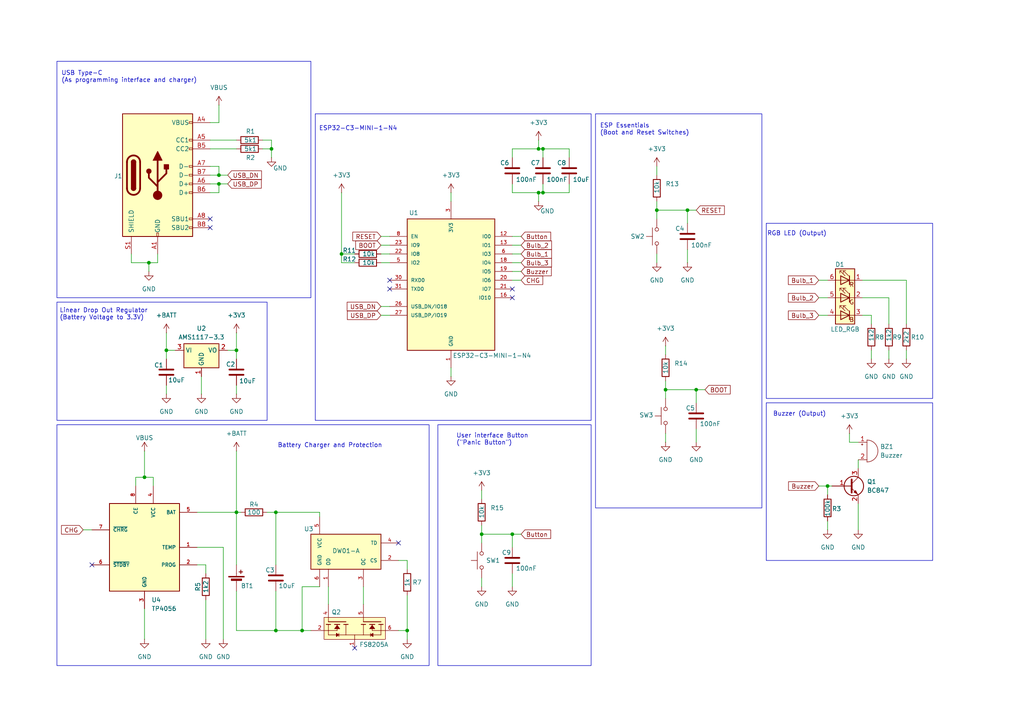
<source format=kicad_sch>
(kicad_sch (version 20231120) (generator "eeschema") (generator_version "8.0")
  (paper "A4")
  (lib_symbols
    (symbol "Connector:USB_C_Receptacle_USB2.0_16P" (pin_names (offset 1.016))
      (property "Reference" "J" (at 0 22.225 0))
      (property "Value" "USB_C_Receptacle_USB2.0_16P" (at 0 19.685 0))
      (symbol "USB_C_Receptacle_USB2.0_16P_1_1"
        (pin passive line (at 0 -22.86 90) (length 5.08) (name "GND") (number "A1"))
        (pin passive line (at 0 -22.86 90) (length 5.08) hide (name "GND") (number "A12"))
        (pin passive line (at 15.24 15.24 180) (length 5.08) (name "VBUS") (number "A4"))
        (pin bidirectional line (at 15.24 10.16 180) (length 5.08) (name "CC1") (number "A5"))
        (pin bidirectional line (at 15.24 -2.54 180) (length 5.08) (name "D+") (number "A6"))
        (pin bidirectional line (at 15.24 2.54 180) (length 5.08) (name "D-") (number "A7"))
        (pin bidirectional line (at 15.24 -12.7 180) (length 5.08) (name "SBU1") (number "A8"))
        (pin passive line (at 15.24 15.24 180) (length 5.08) hide (name "VBUS") (number "A9"))
        (pin passive line (at 0 -22.86 90) (length 5.08) hide (name "GND") (number "B1"))
        (pin passive line (at 0 -22.86 90) (length 5.08) hide (name "GND") (number "B12"))
        (pin passive line (at 15.24 15.24 180) (length 5.08) hide (name "VBUS") (number "B4"))
        (pin bidirectional line (at 15.24 7.62 180) (length 5.08) (name "CC2") (number "B5"))
        (pin bidirectional line (at 15.24 -5.08 180) (length 5.08) (name "D+") (number "B6"))
        (pin bidirectional line (at 15.24 0 180) (length 5.08) (name "D-") (number "B7"))
        (pin bidirectional line (at 15.24 -15.24 180) (length 5.08) (name "SBU2") (number "B8"))
        (pin passive line (at 15.24 15.24 180) (length 5.08) hide (name "VBUS") (number "B9"))
        (pin passive line (at -7.62 -22.86 90) (length 5.08) (name "SHIELD") (number "S1"))
      )
    )
    (symbol "Device:Battery_Cell" (pin_numbers hide) (pin_names (offset 0) hide)
      (property "Reference" "BT" (at 2.54 2.54 0))
      (property "Value" "Battery_Cell" (at 2.54 0 0))
      (symbol "Battery_Cell_1_1"
        (pin passive line (at 0 5.08 270) (length 2.54) (name "+") (number "1"))
        (pin passive line (at 0 -2.54 90) (length 2.54) (name "-") (number "2"))
      )
    )
    (symbol "Device:Buzzer" (pin_names (offset 0.0254) hide)
      (property "Reference" "BZ" (at 3.81 1.27 0))
      (property "Value" "Buzzer" (at 3.81 -1.27 0))
      (symbol "Buzzer_1_1"
        (pin passive line (at -2.54 2.54 0) (length 2.54) (name "+") (number "1"))
        (pin passive line (at -2.54 -2.54 0) (length 2.54) (name "-") (number "2"))
      )
    )
    (symbol "Device:C" (pin_numbers hide) (pin_names (offset 0.254))
      (property "Reference" "C" (at 0.635 2.54 0))
      (property "Value" "C" (at 0.635 -2.54 0))
      (symbol "C_1_1"
        (pin passive line (at 0 3.81 270) (length 2.794) (name "~") (number "1"))
        (pin passive line (at 0 -3.81 90) (length 2.794) (name "~") (number "2"))
      )
    )
    (symbol "Device:LED_RGB" (pin_names (offset 0) hide)
      (property "Reference" "D" (at 0 9.398 0))
      (property "Value" "LED_RGB" (at 0 -8.89 0))
      (symbol "LED_RGB_0_0"
        (text "B" (at -1.905 -6.35 0) (effects (font (size 1.27 1.27))))
        (text "G" (at -1.905 -1.27 0) (effects (font (size 1.27 1.27))))
        (text "R" (at -1.905 3.81 0) (effects (font (size 1.27 1.27))))
      )
      (symbol "LED_RGB_1_1"
        (pin passive line (at -5.08 5.08 0) (length 2.54) (name "RK") (number "1"))
        (pin passive line (at -5.08 0 0) (length 2.54) (name "GK") (number "2"))
        (pin passive line (at -5.08 -5.08 0) (length 2.54) (name "BK") (number "3"))
        (pin passive line (at 5.08 -5.08 180) (length 2.54) (name "BA") (number "4"))
        (pin passive line (at 5.08 0 180) (length 2.54) (name "GA") (number "5"))
        (pin passive line (at 5.08 5.08 180) (length 2.54) (name "RA") (number "6"))
      )
    )
    (symbol "Device:R" (pin_numbers hide) (pin_names (offset 0))
      (property "Reference" "R" (at 2.032 0 90))
      (property "Value" "R" (at 0 0 90))
      (symbol "R_1_1"
        (pin passive line (at 0 3.81 270) (length 1.27) (name "~") (number "1"))
        (pin passive line (at 0 -3.81 90) (length 1.27) (name "~") (number "2"))
      )
    )
    (symbol "ESP32-C3:ESP32-C3-MINI-1-N4" (pin_names (offset 1.016))
      (property "Reference" "U1" (at -12.192 19.558 0))
      (property "Value" "ESP32-C3-MINI-1-N4" (at 0.508 -21.844 0))
      (symbol "ESP32-C3-MINI-1-N4_0_0"
        (pin power_in line (at 0 -25.4 90) (length 5.08) (name "GND") (number "1"))
        (pin bidirectional line (at 17.78 12.7 180) (length 5.08) (name "IO0") (number "12"))
        (pin bidirectional line (at 17.78 10.16 180) (length 5.08) (name "IO1") (number "13"))
        (pin bidirectional line (at 17.78 -5.08 180) (length 5.08) (name "IO10") (number "16"))
        (pin bidirectional line (at 17.78 5.08 180) (length 5.08) (name "IO4") (number "18"))
        (pin bidirectional line (at 17.78 2.54 180) (length 5.08) (name "IO5") (number "19"))
        (pin bidirectional line (at 17.78 0 180) (length 5.08) (name "IO6") (number "20"))
        (pin bidirectional line (at 17.78 -2.54 180) (length 5.08) (name "IO7") (number "21"))
        (pin bidirectional line (at -17.78 7.62 0) (length 5.08) (name "IO8") (number "22"))
        (pin bidirectional line (at -17.78 10.16 0) (length 5.08) (name "IO9") (number "23"))
        (pin power_in line (at 0 22.86 270) (length 5.08) (name "3V3") (number "3"))
        (pin bidirectional line (at -17.78 0 0) (length 5.08) (name "RXD0") (number "30"))
        (pin bidirectional line (at -17.78 -2.54 0) (length 5.08) (name "TXD0") (number "31"))
        (pin bidirectional line (at -17.78 5.08 0) (length 5.08) (name "IO2") (number "5"))
        (pin bidirectional line (at 17.78 7.62 180) (length 5.08) (name "IO3") (number "6"))
        (pin input line (at -17.78 12.7 0) (length 5.08) (name "EN") (number "8"))
      )
      (symbol "ESP32-C3-MINI-1-N4_1_0"
        (pin no_connect line (at 8.89 -25.4 90) (length 5.08) hide (name "NC") (number "10"))
        (pin power_in line (at 0 -25.4 90) (length 5.08) hide (name "GND") (number "11"))
        (pin power_in line (at 0 -25.4 90) (length 5.08) hide (name "GND") (number "14"))
        (pin no_connect line (at 8.89 -25.4 90) (length 5.08) hide (name "NC") (number "15"))
        (pin no_connect line (at 8.89 -25.4 90) (length 5.08) hide (name "NC") (number "17"))
        (pin power_in line (at 0 -25.4 90) (length 5.08) hide (name "GND") (number "2"))
        (pin no_connect line (at 8.89 -25.4 90) (length 5.08) hide (name "NC") (number "24"))
        (pin no_connect line (at 8.89 -25.4 90) (length 5.08) hide (name "NC") (number "25"))
        (pin bidirectional line (at -17.78 -7.62 0) (length 5.08) (name "USB_DN/IO18") (number "26"))
        (pin bidirectional line (at -17.78 -10.16 0) (length 5.08) (name "USB_DP/IO19") (number "27"))
        (pin no_connect line (at 8.89 -25.4 90) (length 5.08) hide (name "NC") (number "28"))
        (pin no_connect line (at 8.89 -25.4 90) (length 5.08) hide (name "NC") (number "29"))
        (pin no_connect line (at 8.89 -25.4 90) (length 5.08) hide (name "NC") (number "32"))
        (pin no_connect line (at 8.89 -25.4 90) (length 5.08) hide (name "NC") (number "33"))
        (pin no_connect line (at 8.89 -25.4 90) (length 5.08) hide (name "NC") (number "34"))
        (pin no_connect line (at 8.89 -25.4 90) (length 5.08) hide (name "NC") (number "35"))
        (pin power_in line (at 0 -25.4 90) (length 5.08) hide (name "GND") (number "36"))
        (pin power_in line (at 0 -25.4 90) (length 5.08) hide (name "GND") (number "37"))
        (pin power_in line (at 0 -25.4 90) (length 5.08) hide (name "GND") (number "38"))
        (pin power_in line (at 0 -25.4 90) (length 5.08) hide (name "GND") (number "39"))
        (pin no_connect line (at 8.89 -25.4 90) (length 5.08) hide (name "NC") (number "4"))
        (pin power_in line (at 0 -25.4 90) (length 5.08) hide (name "GND") (number "40"))
        (pin power_in line (at 0 -25.4 90) (length 5.08) hide (name "GND") (number "41"))
        (pin power_in line (at 0 -25.4 90) (length 5.08) hide (name "GND") (number "42"))
        (pin power_in line (at 0 -25.4 90) (length 5.08) hide (name "GND") (number "43"))
        (pin power_in line (at 0 -25.4 90) (length 5.08) hide (name "GND") (number "44"))
        (pin power_in line (at 0 -25.4 90) (length 5.08) hide (name "GND") (number "45"))
        (pin power_in line (at 0 -25.4 90) (length 5.08) hide (name "GND") (number "46"))
        (pin power_in line (at 0 -25.4 90) (length 5.08) hide (name "GND") (number "47"))
        (pin power_in line (at 0 -25.4 90) (length 5.08) hide (name "GND") (number "48"))
        (pin power_in line (at 0 -25.4 90) (length 5.08) hide (name "GND") (number "49"))
        (pin power_in line (at 0 -25.4 90) (length 5.08) hide (name "GND") (number "50"))
        (pin power_in line (at 0 -25.4 90) (length 5.08) hide (name "GND") (number "51"))
        (pin power_in line (at 0 -25.4 90) (length 5.08) hide (name "GND") (number "52"))
        (pin power_in line (at 0 -25.4 90) (length 5.08) hide (name "GND") (number "53"))
        (pin no_connect line (at 8.89 -25.4 90) (length 5.08) hide (name "NC") (number "7"))
        (pin no_connect line (at 8.89 -25.4 90) (length 5.08) hide (name "NC") (number "9"))
      )
    )
    (symbol "FS312F-G:DW01A" (pin_names (offset 1.016))
      (property "Reference" "U3" (at -11.43 3.8101 0))
      (property "Value" "DW01-A" (at -11.43 1.2701 0))
      (symbol "DW01A_0_0"
        (pin bidirectional line (at -5.08 -10.16 90) (length 5.08) (name "OD") (number "1"))
        (pin bidirectional line (at 15.24 -2.54 180) (length 5.08) (name "CS") (number "2"))
        (pin bidirectional line (at 5.08 -10.16 90) (length 5.08) (name "OC") (number "3"))
        (pin bidirectional line (at 15.24 2.54 180) (length 5.08) (name "TD") (number "4"))
        (pin bidirectional line (at -7.62 10.16 270) (length 5.08) (name "VCC") (number "5"))
        (pin power_in line (at -7.62 -10.16 90) (length 5.08) (name "GND") (number "6"))
      )
    )
    (symbol "FS8205A:FS8205A" (pin_names (offset 1.016) hide)
      (property "Reference" "Q" (at -6.3693 -0.9904 0))
      (property "Value" "FS8205A" (at -11.43 -12.7 0))
      (symbol "FS8205A_0_0"
        (pin passive line (at 5.08 0 180) (length 2.54) (name "D_{12}") (number "1"))
        (pin passive line (at 0 -12.7 90) (length 5.08) (name "S_{1}") (number "2"))
        (pin passive line (at 0 -12.7 90) (length 5.08) hide (name "S_{1}") (number "3"))
        (pin passive line (at -7.62 -7.62 0) (length 5.08) (name "G_{1}") (number "4"))
        (pin passive line (at -7.62 2.54 0) (length 5.08) (name "G_{2}") (number "5"))
        (pin passive line (at 0 12.7 270) (length 5.08) (name "S_{2}") (number "6"))
        (pin passive line (at 0 12.62 270) (length 5) hide (name "S_{2}") (number "7"))
        (pin passive line (at 5.08 0 180) (length 2.54) hide (name "D_{12}") (number "8"))
      )
    )
    (symbol "Regulator_Linear:AMS1117-3.3"
      (property "Reference" "U" (at -3.81 3.175 0))
      (property "Value" "AMS1117-3.3" (at 0 3.175 0))
      (symbol "AMS1117-3.3_1_1"
        (pin power_in line (at 0 -7.62 90) (length 2.54) (name "GND") (number "1"))
        (pin power_out line (at 7.62 0 180) (length 2.54) (name "VO") (number "2"))
        (pin power_in line (at -7.62 0 0) (length 2.54) (name "VI") (number "3"))
      )
    )
    (symbol "Switch:SW_Push" (pin_numbers hide) (pin_names (offset 1.016) hide)
      (property "Reference" "SW" (at 1.27 2.54 0))
      (property "Value" "SW_Push" (at 0 -1.524 0))
      (symbol "SW_Push_0_1"
        (pin passive line (at -5.08 0 0) (length 2.54) (name "1") (number "1"))
        (pin passive line (at 5.08 0 180) (length 2.54) (name "2") (number "2"))
      )
    )
    (symbol "TP4056:TP4056" (pin_names (offset 1.016))
      (property "Reference" "U" (at -9.398 13.97 0))
      (property "Value" "TP4056" (at 2.286 -15.24 0))
      (symbol "TP4056_0_0"
        (pin input line (at 15.24 0 180) (length 5.08) (name "TEMP") (number "1"))
        (pin bidirectional line (at 15.24 -5.08 180) (length 5.08) (name "PROG") (number "2"))
        (pin power_in line (at 0 -17.78 90) (length 5.08) (name "GND") (number "3"))
        (pin power_in line (at 2.54 17.78 270) (length 5.08) (name "VCC") (number "4"))
        (pin output line (at 15.24 10.16 180) (length 5.08) (name "BAT") (number "5"))
        (pin output line (at -15.24 -5.08 0) (length 5.08) (name "~{STDBY}") (number "6"))
        (pin output line (at -15.24 5.08 0) (length 5.08) (name "~{CHRG}") (number "7"))
        (pin input line (at -2.54 17.78 270) (length 5.08) (name "CE") (number "8"))
      )
      (symbol "TP4056_1_0"
        (pin passive line (at 0 -17.78 90) (length 5.08) hide (name "EP") (number "9"))
      )
    )
    (symbol "Transistor_BJT:BC847" (pin_names (offset 0) hide)
      (property "Reference" "Q" (at 5.08 1.905 0))
      (property "Value" "BC847" (at 5.08 0 0))
      (symbol "BC847_1_1"
        (pin input line (at -5.08 0 0) (length 5.715) (name "B") (number "1"))
        (pin passive line (at 2.54 -5.08 90) (length 2.54) (name "E") (number "2"))
        (pin passive line (at 2.54 5.08 270) (length 2.54) (name "C") (number "3"))
      )
    )
    (symbol "power:+3V3" (power) (pin_numbers hide) (pin_names (offset 0) hide)
      (property "Value" "+3V3" (at 0 3.556 0))
      (symbol "+3V3_1_1"
        (pin power_in line (at 0 0 90) (length 0) (name "~") (number "1"))
      )
    )
    (symbol "power:+BATT" (power) (pin_numbers hide) (pin_names (offset 0) hide)
      (property "Value" "+BATT" (at 0 3.556 0))
      (symbol "+BATT_1_1"
        (pin power_in line (at 0 0 90) (length 0) (name "~") (number "1"))
      )
    )
    (symbol "power:GND" (power) (pin_numbers hide) (pin_names (offset 0) hide)
      (property "Value" "GND" (at 0 -3.81 0))
      (symbol "GND_1_1"
        (pin power_in line (at 0 0 270) (length 0) (name "~") (number "1"))
      )
    )
    (symbol "power:VBUS" (power) (pin_numbers hide) (pin_names (offset 0) hide)
      (property "Value" "VBUS" (at 0 3.556 0))
      (symbol "VBUS_1_1"
        (pin power_in line (at 0 0 90) (length 0) (name "~") (number "1"))
      )
    )
  )
  (junction (at 68.58 101.6))
  (junction (at 240.03 140.97))
  (junction (at 43.18 76.2))
  (junction (at 199.39 60.96))
  (junction (at 156.21 43.18))
  (junction (at 201.93 113.03))
  (junction (at 190.5 60.96))
  (junction (at 193.04 113.03))
  (junction (at 68.58 148.59))
  (junction (at 63.5 50.8))
  (junction (at 41.91 138.43))
  (junction (at 99.06 73.66))
  (junction (at 48.26 101.6))
  (junction (at 87.63 182.88))
  (junction (at 157.48 43.18))
  (junction (at 80.01 182.88))
  (junction (at 139.7 154.94))
  (junction (at 118.11 182.88))
  (junction (at 80.01 148.59))
  (junction (at 63.5 53.34))
  (junction (at 78.74 43.18))
  (junction (at 156.21 55.88))
  (junction (at 157.48 55.88))
  (junction (at 148.59 154.94))
  (no_connect (at 113.03 83.82))
  (no_connect (at 113.03 81.28))
  (no_connect (at 102.87 187.96))
  (no_connect (at 115.57 157.48))
  (no_connect (at 148.59 83.82))
  (no_connect (at 60.96 63.5))
  (no_connect (at 148.59 86.36))
  (no_connect (at 26.67 163.83))
  (no_connect (at 60.96 66.04))
  (wire (pts (xy 80.01 148.59) (xy 77.47 148.59)))
  (wire (pts (xy 248.92 133.35) (xy 248.92 135.89)))
  (wire (pts (xy 257.81 104.14) (xy 257.81 101.6)))
  (wire (pts (xy 76.2 40.64) (xy 78.74 40.64)))
  (wire (pts (xy 139.7 142.24) (xy 139.7 144.78)))
  (wire (pts (xy 148.59 43.18) (xy 156.21 43.18)))
  (wire (pts (xy 63.5 50.8) (xy 66.04 50.8)))
  (wire (pts (xy 99.06 73.66) (xy 102.87 73.66)))
  (wire (pts (xy 41.91 138.43) (xy 39.37 138.43)))
  (wire (pts (xy 60.96 40.64) (xy 68.58 40.64)))
  (wire (pts (xy 68.58 148.59) (xy 57.15 148.59)))
  (wire (pts (xy 237.49 91.44) (xy 240.03 91.44)))
  (wire (pts (xy 38.1 73.66) (xy 38.1 76.2)))
  (wire (pts (xy 246.38 128.27) (xy 248.92 128.27)))
  (wire (pts (xy 44.45 140.97) (xy 44.45 138.43)))
  (wire (pts (xy 60.96 48.26) (xy 63.5 48.26)))
  (wire (pts (xy 237.49 140.97) (xy 240.03 140.97)))
  (wire (pts (xy 80.01 148.59) (xy 80.01 163.83)))
  (wire (pts (xy 99.06 76.2) (xy 99.06 73.66)))
  (wire (pts (xy 60.96 50.8) (xy 63.5 50.8)))
  (wire (pts (xy 148.59 55.88) (xy 156.21 55.88)))
  (wire (pts (xy 148.59 158.75) (xy 148.59 154.94)))
  (wire (pts (xy 201.93 113.03) (xy 193.04 113.03)))
  (wire (pts (xy 63.5 48.26) (xy 63.5 50.8)))
  (wire (pts (xy 63.5 53.34) (xy 60.96 53.34)))
  (wire (pts (xy 148.59 154.94) (xy 151.13 154.94)))
  (wire (pts (xy 105.41 170.18) (xy 105.41 175.26)))
  (wire (pts (xy 43.18 78.74) (xy 43.18 76.2)))
  (wire (pts (xy 38.1 76.2) (xy 43.18 76.2)))
  (wire (pts (xy 190.5 48.26) (xy 190.5 50.8)))
  (wire (pts (xy 246.38 125.73) (xy 246.38 128.27)))
  (wire (pts (xy 80.01 171.45) (xy 80.01 182.88)))
  (wire (pts (xy 45.72 76.2) (xy 45.72 73.66)))
  (wire (pts (xy 48.26 96.52) (xy 48.26 101.6)))
  (wire (pts (xy 41.91 176.53) (xy 41.91 185.42)))
  (wire (pts (xy 252.73 91.44) (xy 250.19 91.44)))
  (wire (pts (xy 165.1 43.18) (xy 165.1 45.72)))
  (wire (pts (xy 68.58 111.76) (xy 68.58 114.3)))
  (wire (pts (xy 48.26 101.6) (xy 50.8 101.6)))
  (wire (pts (xy 41.91 130.81) (xy 41.91 138.43)))
  (wire (pts (xy 102.87 76.2) (xy 99.06 76.2)))
  (wire (pts (xy 78.74 43.18) (xy 78.74 45.72)))
  (wire (pts (xy 148.59 53.34) (xy 148.59 55.88)))
  (wire (pts (xy 63.5 55.88) (xy 60.96 55.88)))
  (wire (pts (xy 199.39 60.96) (xy 190.5 60.96)))
  (wire (pts (xy 58.42 109.22) (xy 58.42 114.3)))
  (wire (pts (xy 157.48 53.34) (xy 157.48 55.88)))
  (wire (pts (xy 157.48 43.18) (xy 165.1 43.18)))
  (wire (pts (xy 193.04 113.03) (xy 193.04 115.57)))
  (wire (pts (xy 115.57 162.56) (xy 118.11 162.56)))
  (wire (pts (xy 87.63 170.18) (xy 87.63 182.88)))
  (wire (pts (xy 118.11 185.42) (xy 118.11 182.88)))
  (wire (pts (xy 156.21 55.88) (xy 157.48 55.88)))
  (wire (pts (xy 110.49 88.9) (xy 113.03 88.9)))
  (wire (pts (xy 190.5 58.42) (xy 190.5 60.96)))
  (wire (pts (xy 63.5 53.34) (xy 66.04 53.34)))
  (wire (pts (xy 241.3 140.97) (xy 240.03 140.97)))
  (wire (pts (xy 240.03 140.97) (xy 240.03 143.51)))
  (wire (pts (xy 148.59 170.18) (xy 148.59 166.37)))
  (wire (pts (xy 130.81 55.88) (xy 130.81 58.42)))
  (wire (pts (xy 257.81 86.36) (xy 257.81 93.98)))
  (wire (pts (xy 110.49 68.58) (xy 113.03 68.58)))
  (wire (pts (xy 118.11 172.72) (xy 118.11 182.88)))
  (wire (pts (xy 68.58 148.59) (xy 69.85 148.59)))
  (wire (pts (xy 199.39 76.2) (xy 199.39 72.39)))
  (wire (pts (xy 151.13 78.74) (xy 148.59 78.74)))
  (wire (pts (xy 118.11 162.56) (xy 118.11 165.1)))
  (wire (pts (xy 139.7 152.4) (xy 139.7 154.94)))
  (wire (pts (xy 157.48 55.88) (xy 165.1 55.88)))
  (wire (pts (xy 151.13 71.12) (xy 148.59 71.12)))
  (wire (pts (xy 92.71 148.59) (xy 80.01 148.59)))
  (wire (pts (xy 139.7 170.18) (xy 139.7 167.64)))
  (wire (pts (xy 68.58 182.88) (xy 80.01 182.88)))
  (wire (pts (xy 193.04 128.27) (xy 193.04 125.73)))
  (wire (pts (xy 156.21 40.64) (xy 156.21 43.18)))
  (wire (pts (xy 248.92 146.05) (xy 248.92 153.67)))
  (wire (pts (xy 252.73 93.98) (xy 252.73 91.44)))
  (wire (pts (xy 110.49 76.2) (xy 113.03 76.2)))
  (wire (pts (xy 156.21 55.88) (xy 156.21 58.42)))
  (wire (pts (xy 262.89 81.28) (xy 262.89 93.98)))
  (wire (pts (xy 151.13 73.66) (xy 148.59 73.66)))
  (wire (pts (xy 190.5 76.2) (xy 190.5 73.66)))
  (wire (pts (xy 237.49 81.28) (xy 240.03 81.28)))
  (wire (pts (xy 165.1 53.34) (xy 165.1 55.88)))
  (wire (pts (xy 57.15 163.83) (xy 59.69 163.83)))
  (wire (pts (xy 60.96 43.18) (xy 68.58 43.18)))
  (wire (pts (xy 156.21 43.18) (xy 157.48 43.18)))
  (wire (pts (xy 201.93 128.27) (xy 201.93 124.46)))
  (wire (pts (xy 110.49 91.44) (xy 113.03 91.44)))
  (wire (pts (xy 148.59 154.94) (xy 139.7 154.94)))
  (wire (pts (xy 68.58 96.52) (xy 68.58 101.6)))
  (wire (pts (xy 78.74 40.64) (xy 78.74 43.18)))
  (wire (pts (xy 262.89 104.14) (xy 262.89 101.6)))
  (wire (pts (xy 48.26 111.76) (xy 48.26 114.3)))
  (wire (pts (xy 63.5 53.34) (xy 63.5 55.88)))
  (wire (pts (xy 252.73 104.14) (xy 252.73 101.6)))
  (wire (pts (xy 68.58 101.6) (xy 68.58 104.14)))
  (wire (pts (xy 39.37 138.43) (xy 39.37 140.97)))
  (wire (pts (xy 237.49 86.36) (xy 240.03 86.36)))
  (wire (pts (xy 139.7 154.94) (xy 139.7 157.48)))
  (wire (pts (xy 99.06 73.66) (xy 99.06 55.88)))
  (wire (pts (xy 240.03 151.13) (xy 240.03 153.67)))
  (wire (pts (xy 24.13 153.67) (xy 26.67 153.67)))
  (wire (pts (xy 57.15 158.75) (xy 64.77 158.75)))
  (wire (pts (xy 151.13 68.58) (xy 148.59 68.58)))
  (wire (pts (xy 201.93 116.84) (xy 201.93 113.03)))
  (wire (pts (xy 63.5 35.56) (xy 60.96 35.56)))
  (wire (pts (xy 68.58 130.81) (xy 68.58 148.59)))
  (wire (pts (xy 110.49 71.12) (xy 113.03 71.12)))
  (wire (pts (xy 43.18 76.2) (xy 45.72 76.2)))
  (wire (pts (xy 130.81 106.68) (xy 130.81 109.22)))
  (wire (pts (xy 190.5 60.96) (xy 190.5 63.5)))
  (wire (pts (xy 199.39 60.96) (xy 201.93 60.96)))
  (wire (pts (xy 110.49 73.66) (xy 113.03 73.66)))
  (wire (pts (xy 63.5 30.48) (xy 63.5 35.56)))
  (wire (pts (xy 48.26 101.6) (xy 48.26 104.14)))
  (wire (pts (xy 199.39 64.77) (xy 199.39 60.96)))
  (wire (pts (xy 44.45 138.43) (xy 41.91 138.43)))
  (wire (pts (xy 250.19 81.28) (xy 262.89 81.28)))
  (wire (pts (xy 250.19 86.36) (xy 257.81 86.36)))
  (wire (pts (xy 68.58 163.83) (xy 68.58 148.59)))
  (wire (pts (xy 115.57 182.88) (xy 118.11 182.88)))
  (wire (pts (xy 80.01 182.88) (xy 87.63 182.88)))
  (wire (pts (xy 95.25 170.18) (xy 95.25 175.26)))
  (wire (pts (xy 59.69 173.99) (xy 59.69 185.42)))
  (wire (pts (xy 151.13 81.28) (xy 148.59 81.28)))
  (wire (pts (xy 76.2 43.18) (xy 78.74 43.18)))
  (wire (pts (xy 59.69 163.83) (xy 59.69 166.37)))
  (wire (pts (xy 68.58 101.6) (xy 66.04 101.6)))
  (wire (pts (xy 92.71 170.18) (xy 87.63 170.18)))
  (wire (pts (xy 201.93 113.03) (xy 204.47 113.03)))
  (wire (pts (xy 68.58 171.45) (xy 68.58 182.88)))
  (wire (pts (xy 193.04 100.33) (xy 193.04 102.87)))
  (wire (pts (xy 87.63 182.88) (xy 90.17 182.88)))
  (wire (pts (xy 151.13 76.2) (xy 148.59 76.2)))
  (wire (pts (xy 64.77 158.75) (xy 64.77 185.42)))
  (wire (pts (xy 193.04 110.49) (xy 193.04 113.03)))
  (wire (pts (xy 157.48 43.18) (xy 157.48 45.72)))
  (wire (pts (xy 92.71 149.86) (xy 92.71 148.59)))
  (wire (pts (xy 148.59 45.72) (xy 148.59 43.18)))
  (rectangle (start 16.51 87.63) (end 77.47 121.92))
  (rectangle (start 222.25 64.77) (end 270.51 115.57))
  (rectangle (start 16.51 123.19) (end 124.46 193.04))
  (rectangle (start 222.25 116.84) (end 270.51 162.56))
  (rectangle (start 16.51 17.78) (end 90.17 86.36))
  (rectangle (start 127 123.19) (end 171.45 193.04))
  (rectangle (start 172.72 33.02) (end 220.98 147.32))
  (rectangle (start 91.44 33.02) (end 171.45 121.92))
  (text "USB Type-C\n(As programming interface and charger)" (at 17.78 20.574 0) (effects (font (size 1.27 1.27)) (justify left top)))
  (text "RGB LED (Output)" (at 231.14 67.818 0) (effects (font (size 1.27 1.27))))
  (text "Battery Charger and Protection " (at 80.518 128.524 0) (effects (font (size 1.27 1.27)) (justify left top)))
  (text "Linear Drop Out Regulator\n(Battery Voltage to 3.3V)" (at 17.272 89.408 0) (effects (font (size 1.27 1.27)) (justify left top)))
  (text "User interface Button\n(\"Panic Button\")" (at 132.334 125.73 0) (effects (font (size 1.27 1.27)) (justify left top)))
  (text "Buzzer (Output)" (at 231.902 120.142 0) (effects (font (size 1.27 1.27))))
  (text "ESP Essentials\n(Boot and Reset Switches)" (at 173.99 35.814 0) (effects (font (size 1.27 1.27)) (justify left top)))
  (text "ESP32-C3-MINI-1-N4" (at 103.886 37.338 0) (effects (font (size 1.27 1.27))))
  (global_label "Button" (shape input) (at 151.13 68.58 0) (property "Intersheetrefs" "${INTERSHEET_REFS}" (effects (hide yes))))
  (global_label "Bulb_3" (shape input) (at 237.49 91.44 180) (property "Intersheetrefs" "${INTERSHEET_REFS}" (effects (hide yes))))
  (global_label "Bulb_1" (shape input) (at 237.49 81.28 180) (property "Intersheetrefs" "${INTERSHEET_REFS}" (effects (hide yes))))
  (global_label "Button" (shape input) (at 151.13 154.94 0) (property "Intersheetrefs" "${INTERSHEET_REFS}" (effects (hide yes))))
  (global_label "Buzzer" (shape input) (at 237.49 140.97 180) (property "Intersheetrefs" "${INTERSHEET_REFS}" (effects (hide yes))))
  (global_label "CHG" (shape input) (at 151.13 81.28 0) (property "Intersheetrefs" "${INTERSHEET_REFS}" (effects (hide yes))))
  (global_label "USB_DP" (shape input) (at 110.49 91.44 180) (property "Intersheetrefs" "${INTERSHEET_REFS}" (effects (hide yes))))
  (global_label "RESET" (shape input) (at 201.93 60.96 0) (property "Intersheetrefs" "${INTERSHEET_REFS}" (effects (hide yes))))
  (global_label "Bulb_2" (shape input) (at 151.13 71.12 0) (property "Intersheetrefs" "${INTERSHEET_REFS}" (effects (hide yes))))
  (global_label "Bulb_1" (shape input) (at 151.13 73.66 0) (property "Intersheetrefs" "${INTERSHEET_REFS}" (effects (hide yes))))
  (global_label "RESET" (shape input) (at 110.49 68.58 180) (property "Intersheetrefs" "${INTERSHEET_REFS}" (effects (hide yes))))
  (global_label "USB_DN" (shape input) (at 110.49 88.9 180) (property "Intersheetrefs" "${INTERSHEET_REFS}" (effects (hide yes))))
  (global_label "BOOT" (shape input) (at 204.47 113.03 0) (property "Intersheetrefs" "${INTERSHEET_REFS}" (effects (hide yes))))
  (global_label "Bulb_2" (shape input) (at 237.49 86.36 180) (property "Intersheetrefs" "${INTERSHEET_REFS}" (effects (hide yes))))
  (global_label "CHG" (shape input) (at 24.13 153.67 180) (property "Intersheetrefs" "${INTERSHEET_REFS}" (effects (hide yes))))
  (global_label "Buzzer" (shape input) (at 151.13 78.74 0) (property "Intersheetrefs" "${INTERSHEET_REFS}" (effects (hide yes))))
  (global_label "USB_DP" (shape input) (at 66.04 53.34 0) (property "Intersheetrefs" "${INTERSHEET_REFS}" (effects (hide yes))))
  (global_label "USB_DN" (shape input) (at 66.04 50.8 0) (property "Intersheetrefs" "${INTERSHEET_REFS}" (effects (hide yes))))
  (global_label "Bulb_3" (shape input) (at 151.13 76.2 0) (property "Intersheetrefs" "${INTERSHEET_REFS}" (effects (hide yes))))
  (global_label "BOOT" (shape input) (at 110.49 71.12 180) (property "Intersheetrefs" "${INTERSHEET_REFS}" (effects (hide yes))))
  (symbol (lib_id "power:GND") (at 59.69 185.42 0) (unit 1)
    (property "Reference" "#PWR07" (effects (hide yes)))
    (property "Value" "GND" (at 59.69 190.5 0))
    (property "Description" "Power symbol creates a global label with name \"GND\" , ground" (effects (hide yes)))
  )
  (symbol (lib_id "Device:R") (at 257.81 97.79 0) (unit 1)
    (property "Reference" "R9" (at 258.826 97.79 0) (effects (justify left)))
    (property "Value" "1k2" (at 257.81 99.06 90) (effects (justify left)))
    (property "Footprint" "Resistor_SMD:R_0603_1608Metric" (effects (hide yes)))
    (property "Description" "Resistor" (effects (hide yes)))
    (property "Manufacturer" "-" (effects (hide yes)))
    (property "Manufacturer PN" "-" (effects (hide yes)))
    (property "Supplier" "Sunrom" (effects (hide yes)))
    (property "Supplier PN" "5304" (effects (hide yes)))
  )
  (symbol (lib_id "Device:R") (at 190.5 54.61 0) (unit 1)
    (property "Reference" "R13" (at 193.04 53.3399 0) (effects (justify left)))
    (property "Value" "10k" (at 190.5 56.134 90) (effects (justify left)))
    (property "Footprint" "Resistor_SMD:R_0603_1608Metric" (effects (hide yes)))
    (property "Description" "Resistor" (effects (hide yes)))
    (property "Manufacturer" "-" (effects (hide yes)))
    (property "Manufacturer PN" "-" (effects (hide yes)))
    (property "Supplier" "Ktron" (effects (hide yes)))
    (property "Supplier PN" "KSTR0853" (effects (hide yes)))
  )
  (symbol (lib_id "Device:C") (at 148.59 49.53 0) (unit 1)
    (property "Reference" "C6" (at 145.034 47.244 0) (effects (justify left)))
    (property "Value" "100nF" (at 149.606 52.07 0) (effects (justify left)))
    (property "Footprint" "Capacitor_SMD:C_0603_1608Metric" (effects (hide yes)))
    (property "Description" "Unpolarized capacitor" (effects (hide yes)))
    (property "Manufacturer" "Yageo" (effects (hide yes)))
    (property "Manufacturer PN" "CC0603KRX7R9BB104" (effects (hide yes)))
    (property "Supplier" "Ktron" (effects (hide yes)))
    (property "Supplier PN" "KSTC0754" (effects (hide yes)))
  )
  (symbol (lib_id "power:GND") (at 64.77 185.42 0) (unit 1)
    (property "Reference" "#PWR08" (effects (hide yes)))
    (property "Value" "GND" (at 64.77 190.5 0))
    (property "Description" "Power symbol creates a global label with name \"GND\" , ground" (effects (hide yes)))
  )
  (symbol (lib_id "Device:R") (at 106.68 76.2 90) (mirror x) (unit 1)
    (property "Reference" "R12" (at 101.346 75.184 90))
    (property "Value" "10k" (at 106.934 76.2 90))
    (property "Footprint" "Resistor_SMD:R_0603_1608Metric" (effects (hide yes)))
    (property "Description" "Resistor" (effects (hide yes)))
    (property "Manufacturer" "-" (effects (hide yes)))
    (property "Manufacturer PN" "-" (effects (hide yes)))
    (property "Supplier" "Ktron" (effects (hide yes)))
    (property "Supplier PN" "KSTR0853" (effects (hide yes)))
  )
  (symbol (lib_id "power:GND") (at 41.91 185.42 0) (unit 1)
    (property "Reference" "#PWR06" (effects (hide yes)))
    (property "Value" "GND" (at 41.91 190.5 0))
    (property "Description" "Power symbol creates a global label with name \"GND\" , ground" (effects (hide yes)))
  )
  (symbol (lib_id "power:+3V3") (at 68.58 96.52 0) (unit 1)
    (property "Reference" "#PWR017" (effects (hide yes)))
    (property "Value" "+3V3" (at 68.58 91.44 0))
    (property "Description" "Power symbol creates a global label with name \"+3V3\"" (effects (hide yes)))
  )
  (symbol (lib_id "power:GND") (at 190.5 76.2 0) (unit 1)
    (property "Reference" "#PWR018" (effects (hide yes)))
    (property "Value" "GND" (at 190.5 81.28 0))
    (property "Description" "Power symbol creates a global label with name \"GND\" , ground" (effects (hide yes)))
  )
  (symbol (lib_id "Device:Battery_Cell") (at 68.58 168.91 0) (unit 1)
    (property "Reference" "BT1" (at 69.85 169.926 0) (effects (justify left)))
    (property "Value" "Battery_Cell" (effects (hide yes)))
    (property "Footprint" "Cental_Library:LiPoBatt_WLY902030" (effects (hide yes)))
    (property "Description" "Single-cell battery" (effects (hide yes)))
    (property "Manufacturer" "Wiliyoung" (effects (hide yes)))
    (property "Manufacturer PN" "WLY902030" (effects (hide yes)))
    (property "Supplier" "Robu" (effects (hide yes)))
    (property "Supplier PN" "1356584" (effects (hide yes)))
  )
  (symbol (lib_id "power:+BATT") (at 68.58 130.81 0) (unit 1)
    (property "Reference" "#PWR025" (effects (hide yes)))
    (property "Value" "+BATT" (at 68.58 125.73 0))
    (property "Description" "Power symbol creates a global label with name \"+BATT\"" (effects (hide yes)))
  )
  (symbol (lib_id "Device:R") (at 118.11 168.91 0) (unit 1)
    (property "Reference" "R7" (at 119.634 168.91 0) (effects (justify left)))
    (property "Value" "1k" (at 118.11 170.18 90) (effects (justify left)))
    (property "Footprint" "Resistor_SMD:R_0603_1608Metric" (effects (hide yes)))
    (property "Description" "Resistor" (effects (hide yes)))
    (property "Manufacturer" "-" (effects (hide yes)))
    (property "Manufacturer PN" "-" (effects (hide yes)))
    (property "Supplier" "Ktron" (effects (hide yes)))
    (property "Supplier PN" "KSTR0854" (effects (hide yes)))
  )
  (symbol (lib_id "Device:R") (at 59.69 170.18 180) (unit 1)
    (property "Reference" "R5" (at 57.404 170.18 90))
    (property "Value" "1k2" (at 59.69 170.18 90))
    (property "Footprint" "Resistor_SMD:R_0603_1608Metric" (effects (hide yes)))
    (property "Description" "Resistor" (effects (hide yes)))
    (property "Manufacturer" "-" (effects (hide yes)))
    (property "Manufacturer PN" "-" (effects (hide yes)))
    (property "Supplier" "Sunrom" (effects (hide yes)))
    (property "Supplier PN" "5304" (effects (hide yes)))
  )
  (symbol (lib_id "power:+3V3") (at 99.06 55.88 0) (unit 1)
    (property "Reference" "#PWR023" (effects (hide yes)))
    (property "Value" "+3V3" (at 99.06 50.8 0))
    (property "Description" "Power symbol creates a global label with name \"+3V3\"" (effects (hide yes)))
  )
  (symbol (lib_id "power:GND") (at 240.03 153.67 0) (unit 1)
    (property "Reference" "#PWR011" (effects (hide yes)))
    (property "Value" "GND" (at 240.03 158.75 0))
    (property "Description" "Power symbol creates a global label with name \"GND\" , ground" (effects (hide yes)))
  )
  (symbol (lib_id "power:GND") (at 257.81 104.14 0) (unit 1)
    (property "Reference" "#PWR014" (effects (hide yes)))
    (property "Value" "GND" (at 257.81 109.22 0))
    (property "Description" "Power symbol creates a global label with name \"GND\" , ground" (effects (hide yes)))
  )
  (symbol (lib_id "power:VBUS") (at 41.91 130.81 0) (unit 1)
    (property "Reference" "#PWR021" (effects (hide yes)))
    (property "Value" "VBUS" (at 41.91 127 0))
    (property "Description" "Power symbol creates a global label with name \"VBUS\"" (effects (hide yes)))
  )
  (symbol (lib_id "Device:C") (at 148.59 162.56 0) (unit 1)
    (property "Reference" "C9" (at 145.542 160.274 0) (effects (justify left)))
    (property "Value" "100nF" (at 149.606 164.846 0) (effects (justify left)))
    (property "Footprint" "Capacitor_SMD:C_0603_1608Metric" (effects (hide yes)))
    (property "Description" "Unpolarized capacitor" (effects (hide yes)))
    (property "Manufacturer" "Yageo" (effects (hide yes)))
    (property "Manufacturer PN" "CC0603KRX7R9BB104" (effects (hide yes)))
    (property "Supplier" "Ktron" (effects (hide yes)))
    (property "Supplier PN" "KSTC0754" (effects (hide yes)))
  )
  (symbol (lib_id "Device:C") (at 199.39 68.58 0) (unit 1)
    (property "Reference" "C4" (at 195.834 66.294 0) (effects (justify left)))
    (property "Value" "100nF" (at 200.406 71.12 0) (effects (justify left)))
    (property "Footprint" "Capacitor_SMD:C_0603_1608Metric" (effects (hide yes)))
    (property "Description" "Unpolarized capacitor" (effects (hide yes)))
    (property "Manufacturer" "Yageo" (effects (hide yes)))
    (property "Manufacturer PN" "CC0603KRX7R9BB104" (effects (hide yes)))
    (property "Supplier" "Ktron" (effects (hide yes)))
    (property "Supplier PN" "KSTC0754" (effects (hide yes)))
  )
  (symbol (lib_id "power:+BATT") (at 48.26 96.52 0) (unit 1)
    (property "Reference" "#PWR026" (effects (hide yes)))
    (property "Value" "+BATT" (at 48.26 91.44 0))
    (property "Description" "Power symbol creates a global label with name \"+BATT\"" (effects (hide yes)))
  )
  (symbol (lib_id "power:GND") (at 193.04 128.27 0) (unit 1)
    (property "Reference" "#PWR028" (effects (hide yes)))
    (property "Value" "GND" (at 193.04 133.35 0))
    (property "Description" "Power symbol creates a global label with name \"GND\" , ground" (effects (hide yes)))
  )
  (symbol (lib_id "FS312F-G:DW01A") (at 100.33 160.02 0) (unit 1)
    (property "Reference" "U3" (at 90.932 153.416 0) (effects (justify right)))
    (property "Value" "DW01-A" (at 104.394 159.766 0) (effects (justify right)))
    (property "Footprint" "Package_TO_SOT_SMD:SOT-23-6" (effects (hide yes)))
    (property "Description" "\n" (effects (hide yes)))
    (property "Manufacturer PN" "DW01-A" (effects (hide yes)))
    (property "Manufacturer" "Fortune Semiconductor" (effects (hide yes)))
    (property "Supplier PN" "KSTI0117" (effects (hide yes)))
    (property "Supplier" "Ktron" (effects (hide yes)))
  )
  (symbol (lib_id "TP4056:TP4056") (at 41.91 158.75 0) (unit 1)
    (property "Reference" "U4" (at 43.9294 173.99 0) (effects (justify left)))
    (property "Value" "TP4056" (at 43.9294 176.53 0) (effects (justify left)))
    (property "Footprint" "Package_SO:Diodes_PSOP-8" (effects (hide yes)))
    (property "Manufacturer PN" "TP4056" (effects (hide yes)))
    (property "Manufacturer" "Top Power" (effects (hide yes)))
    (property "Supplier" "Ktron" (effects (hide yes)))
    (property "Supplier PN" "KSTI0429" (effects (hide yes)))
  )
  (symbol (lib_id "power:GND") (at 252.73 104.14 0) (unit 1)
    (property "Reference" "#PWR013" (effects (hide yes)))
    (property "Value" "GND" (at 252.73 109.22 0))
    (property "Description" "Power symbol creates a global label with name \"GND\" , ground" (effects (hide yes)))
  )
  (symbol (lib_id "power:+3V3") (at 246.38 125.73 0) (unit 1)
    (property "Reference" "#PWR024" (effects (hide yes)))
    (property "Value" "+3V3" (at 246.38 120.65 0))
    (property "Description" "Power symbol creates a global label with name \"+3V3\"" (effects (hide yes)))
  )
  (symbol (lib_id "Device:R") (at 139.7 148.59 0) (unit 1)
    (property "Reference" "R15" (at 142.24 147.3199 0) (effects (justify left)))
    (property "Value" "10k" (at 139.7 150.368 90) (effects (justify left)))
    (property "Footprint" "Resistor_SMD:R_0603_1608Metric" (effects (hide yes)))
    (property "Description" "Resistor" (effects (hide yes)))
    (property "Manufacturer" "-" (effects (hide yes)))
    (property "Manufacturer PN" "-" (effects (hide yes)))
    (property "Supplier" "Ktron" (effects (hide yes)))
    (property "Supplier PN" "KSTR0853" (effects (hide yes)))
  )
  (symbol (lib_id "power:+3V3") (at 130.81 55.88 0) (unit 1)
    (property "Reference" "#PWR020" (effects (hide yes)))
    (property "Value" "+3V3" (at 130.81 50.8 0))
    (property "Description" "Power symbol creates a global label with name \"+3V3\"" (effects (hide yes)))
  )
  (symbol (lib_id "Connector:USB_C_Receptacle_USB2.0_16P") (at 45.72 50.8 0) (unit 1)
    (property "Reference" "J1" (at 34.29 51.054 0))
    (property "Value" "USB_C_Receptacle_USB2.0_16P" (effects (hide yes)))
    (property "Footprint" "Connector_USB:USB_C_Receptacle_GCT_USB4105-xx-A_16P_TopMnt_Horizontal" (effects (hide yes)))
    (property "Datasheet" "https://www.usb.org/sites/default/files/documents/usb_type-c.zip" (effects (hide yes)))
    (property "Description" "USB 2.0-only 16P Type-C Receptacle connector" (effects (hide yes)))
    (property "Manufacturer" "GCT" (effects (hide yes)))
    (property "Manufacturer PN" "USB4105-xx-A" (effects (hide yes)))
    (property "Supplier" "Ktron" (effects (hide yes)))
    (property "Supplier PN" "KSTC0844" (effects (hide yes)))
  )
  (symbol (lib_id "Device:R") (at 72.39 43.18 90) (mirror x) (unit 1)
    (property "Reference" "R2" (at 72.644 45.72 90))
    (property "Value" "5k1" (at 72.644 43.18 90))
    (property "Footprint" "Resistor_SMD:R_0603_1608Metric" (effects (hide yes)))
    (property "Description" "Resistor" (effects (hide yes)))
    (property "Manufacturer" "-" (effects (hide yes)))
    (property "Manufacturer PN" "-" (effects (hide yes)))
    (property "Supplier" "Ktron" (effects (hide yes)))
    (property "Supplier PN" "KSTR1150" (effects (hide yes)))
  )
  (symbol (lib_id "Device:C") (at 68.58 107.95 0) (unit 1)
    (property "Reference" "C2" (at 65.532 105.664 0) (effects (justify left)))
    (property "Value" "10uF" (at 69.342 110.49 0) (effects (justify left)))
    (property "Footprint" "Capacitor_SMD:C_0603_1608Metric" (effects (hide yes)))
    (property "Description" "Unpolarized capacitor" (effects (hide yes)))
    (property "Manufacturer" "Yageo" (effects (hide yes)))
    (property "Manufacturer PN" "CC0603MRX5R8BB106" (effects (hide yes)))
    (property "Supplier" "Ktron" (effects (hide yes)))
    (property "Supplier PN" "KSTC0826" (effects (hide yes)))
  )
  (symbol (lib_id "Device:R") (at 262.89 97.79 0) (unit 1)
    (property "Reference" "R10" (at 264.16 97.79 0) (effects (justify left)))
    (property "Value" "2k2" (at 262.89 97.79 90))
    (property "Footprint" "Resistor_SMD:R_0603_1608Metric" (effects (hide yes)))
    (property "Description" "Resistor" (effects (hide yes)))
    (property "Manufacturer" "-" (effects (hide yes)))
    (property "Manufacturer PN" "-" (effects (hide yes)))
    (property "Supplier" "Sunrom" (effects (hide yes)))
    (property "Supplier PN" "6735" (effects (hide yes)))
  )
  (symbol (lib_id "Device:R") (at 73.66 148.59 90) (unit 1)
    (property "Reference" "R4" (at 73.66 146.304 90))
    (property "Value" "100" (at 73.66 148.59 90))
    (property "Footprint" "Resistor_SMD:R_0603_1608Metric" (effects (hide yes)))
    (property "Description" "Resistor" (effects (hide yes)))
    (property "Manufacturer" "-" (effects (hide yes)))
    (property "Manufacturer PN" "-" (effects (hide yes)))
    (property "Supplier" "Ktron" (effects (hide yes)))
    (property "Supplier PN" "KSTR1391" (effects (hide yes)))
  )
  (symbol (lib_id "Device:LED_RGB") (at 245.11 86.36 0) (mirror y) (unit 1)
    (property "Reference" "D1" (at 243.586 76.708 0))
    (property "Value" "LED_RGB" (at 245.11 95.504 0))
    (property "Footprint" "LED_SMD:LED_RGB_5050-6" (effects (hide yes)))
    (property "Description" "RGB LED, 6 pin package" (effects (hide yes)))
    (property "Manufacturer" "-" (effects (hide yes)))
    (property "Manufacturer PN" "-" (effects (hide yes)))
    (property "Supplier" "Sunrom" (effects (hide yes)))
    (property "Supplier PN" "5282" (effects (hide yes)))
  )
  (symbol (lib_id "Device:R") (at 252.73 97.79 0) (unit 1)
    (property "Reference" "R8" (at 253.746 97.79 0) (effects (justify left)))
    (property "Value" "1k2" (at 252.73 99.06 90) (effects (justify left)))
    (property "Footprint" "Resistor_SMD:R_0603_1608Metric" (effects (hide yes)))
    (property "Description" "Resistor" (effects (hide yes)))
    (property "Manufacturer" "-" (effects (hide yes)))
    (property "Manufacturer PN" "-" (effects (hide yes)))
    (property "Supplier" "Sunrom" (effects (hide yes)))
    (property "Supplier PN" "5304" (effects (hide yes)))
  )
  (symbol (lib_id "ESP32-C3:ESP32-C3-MINI-1-N4") (at 130.81 81.28 0) (unit 1)
    (property "Reference" "U1" (at 118.618 61.722 0) (effects (justify left)))
    (property "Value" "ESP32-C3-MINI-1-N4" (at 131.318 103.124 0) (effects (justify left)))
    (property "Footprint" "Cental_Library:ESP32-C3-MINI-1-N4" (effects (hide yes)))
    (property "Manufacturer PN" "ESP32-C3-MINI-1-N4" (effects (hide yes)))
    (property "Manufacturer" "Espressif Systems" (effects (hide yes)))
    (property "Supplier PN" "356-ESP32-C3-MINI1N4" (effects (hide yes)))
    (property "Supplier" "Mouser" (effects (hide yes)))
  )
  (symbol (lib_id "power:GND") (at 68.58 114.3 0) (unit 1)
    (property "Reference" "#PWR05" (effects (hide yes)))
    (property "Value" "GND" (at 68.58 119.38 0))
    (property "Description" "Power symbol creates a global label with name \"GND\" , ground" (effects (hide yes)))
  )
  (symbol (lib_id "power:GND") (at 148.59 170.18 0) (unit 1)
    (property "Reference" "#PWR036" (effects (hide yes)))
    (property "Value" "GND" (at 148.59 175.26 0))
    (property "Description" "Power symbol creates a global label with name \"GND\" , ground" (effects (hide yes)))
  )
  (symbol (lib_id "power:GND") (at 139.7 170.18 0) (unit 1)
    (property "Reference" "#PWR035" (effects (hide yes)))
    (property "Value" "GND" (at 139.7 175.26 0))
    (property "Description" "Power symbol creates a global label with name \"GND\" , ground" (effects (hide yes)))
  )
  (symbol (lib_id "Regulator_Linear:AMS1117-3.3") (at 58.42 101.6 0) (unit 1)
    (property "Reference" "U2" (at 58.42 95.25 0))
    (property "Value" "AMS1117-3.3" (at 58.42 97.79 0))
    (property "Footprint" "Package_TO_SOT_SMD:SOT-223-3_TabPin2" (effects (hide yes)))
    (property "Datasheet" "http://www.advanced-monolithic.com/pdf/ds1117.pdf" (effects (hide yes)))
    (property "Description" "1A Low Dropout regulator, positive, 3.3V fixed output, SOT-223" (effects (hide yes)))
    (property "Manufacturer PN" "AMS1117-3.3" (effects (hide yes)))
    (property "Manufacturer" "Advanced Monolithic Systems" (effects (hide yes)))
    (property "Supplier" "Ktron" (effects (hide yes)))
    (property "Supplier PN" "KSTI0045" (effects (hide yes)))
  )
  (symbol (lib_id "power:GND") (at 43.18 78.74 0) (unit 1)
    (property "Reference" "#PWR02" (effects (hide yes)))
    (property "Value" "GND" (at 43.18 83.82 0))
    (property "Description" "Power symbol creates a global label with name \"GND\" , ground" (effects (hide yes)))
  )
  (symbol (lib_id "power:GND") (at 262.89 104.14 0) (unit 1)
    (property "Reference" "#PWR015" (effects (hide yes)))
    (property "Value" "GND" (at 262.89 109.22 0))
    (property "Description" "Power symbol creates a global label with name \"GND\" , ground" (effects (hide yes)))
  )
  (symbol (lib_id "Device:C") (at 157.48 49.53 0) (unit 1)
    (property "Reference" "C7" (at 153.924 47.244 0) (effects (justify left)))
    (property "Value" "100nF" (at 158.496 52.07 0) (effects (justify left)))
    (property "Footprint" "Capacitor_SMD:C_0603_1608Metric" (effects (hide yes)))
    (property "Description" "Unpolarized capacitor" (effects (hide yes)))
    (property "Manufacturer" "Yageo" (effects (hide yes)))
    (property "Manufacturer PN" "CC0603KRX7R9BB104" (effects (hide yes)))
    (property "Supplier" "Ktron" (effects (hide yes)))
    (property "Supplier PN" "KSTC0754" (effects (hide yes)))
  )
  (symbol (lib_id "power:GND") (at 78.74 45.72 0) (unit 1)
    (property "Reference" "#PWR019" (effects (hide yes)))
    (property "Value" "GND" (at 81.28 48.768 0))
    (property "Description" "Power symbol creates a global label with name \"GND\" , ground" (effects (hide yes)))
  )
  (symbol (lib_id "Device:C") (at 165.1 49.53 0) (unit 1)
    (property "Reference" "C8" (at 161.544 47.244 0) (effects (justify left)))
    (property "Value" "10uF" (at 166.116 52.07 0) (effects (justify left)))
    (property "Footprint" "Capacitor_SMD:C_0603_1608Metric" (effects (hide yes)))
    (property "Description" "Unpolarized capacitor" (effects (hide yes)))
    (property "Manufacturer" "Yageo" (effects (hide yes)))
    (property "Manufacturer PN" "CC0603MRX5R8BB106" (effects (hide yes)))
    (property "Supplier" "Ktron" (effects (hide yes)))
    (property "Supplier PN" "KSTC0826" (effects (hide yes)))
  )
  (symbol (lib_id "Switch:SW_Push") (at 190.5 68.58 90) (unit 1)
    (property "Reference" "SW2" (at 182.88 68.58 90) (effects (justify right)))
    (property "Value" "SW_Push" (effects (hide yes)))
    (property "Footprint" "Button_Switch_SMD:SW_SPST_TL3342" (effects (hide yes)))
    (property "Description" "Push button switch, generic, two pins" (effects (hide yes)))
    (property "Manufacturer" "E-Switch" (effects (hide yes)))
    (property "Manufacturer PN" "TL3342" (effects (hide yes)))
    (property "Supplier" "Ktron" (effects (hide yes)))
    (property "Supplier PN" "KSTS0760" (effects (hide yes)))
  )
  (symbol (lib_id "Transistor_BJT:BC847") (at 246.38 140.97 0) (unit 1)
    (property "Reference" "Q1" (at 251.46 139.6999 0) (effects (justify left)))
    (property "Value" "BC847" (at 251.46 142.2399 0) (effects (justify left)))
    (property "Footprint" "Package_TO_SOT_SMD:SOT-23" (effects (hide yes)))
    (property "Datasheet" "http://www.infineon.com/dgdl/Infineon-BC847SERIES_BC848SERIES_BC849SERIES_BC850SERIES-DS-v01_01-en.pdf?fileId=db3a304314dca389011541d4630a1657" (effects (hide yes)))
    (property "Description" "0.1A Ic, 45V Vce, NPN Transistor, SOT-23" (effects (hide yes)))
    (property "Manufacturer" "NXP" (effects (hide yes)))
    (property "Manufacturer PN" "BC847" (effects (hide yes)))
    (property "Supplier" "Ktron" (effects (hide yes)))
    (property "Supplier PN" "KSTT0059" (effects (hide yes)))
  )
  (symbol (lib_id "power:GND") (at 156.21 58.42 0) (unit 1)
    (property "Reference" "#PWR033" (effects (hide yes)))
    (property "Value" "GND" (at 158.75 61.214 0))
    (property "Description" "Power symbol creates a global label with name \"GND\" , ground" (effects (hide yes)))
  )
  (symbol (lib_id "power:+3V3") (at 193.04 100.33 0) (unit 1)
    (property "Reference" "#PWR030" (effects (hide yes)))
    (property "Value" "+3V3" (at 193.04 95.25 0))
    (property "Description" "Power symbol creates a global label with name \"+3V3\"" (effects (hide yes)))
  )
  (symbol (lib_id "Device:R") (at 106.68 73.66 90) (unit 1)
    (property "Reference" "R11" (at 101.346 72.644 90))
    (property "Value" "10k" (at 106.934 73.66 90))
    (property "Footprint" "Resistor_SMD:R_0603_1608Metric" (effects (hide yes)))
    (property "Description" "Resistor" (effects (hide yes)))
    (property "Manufacturer" "-" (effects (hide yes)))
    (property "Manufacturer PN" "-" (effects (hide yes)))
    (property "Supplier" "Ktron" (effects (hide yes)))
    (property "Supplier PN" "KSTR0853" (effects (hide yes)))
  )
  (symbol (lib_id "power:+3V3") (at 190.5 48.26 0) (unit 1)
    (property "Reference" "#PWR031" (effects (hide yes)))
    (property "Value" "+3V3" (at 190.5 43.18 0))
    (property "Description" "Power symbol creates a global label with name \"+3V3\"" (effects (hide yes)))
  )
  (symbol (lib_id "power:GND") (at 248.92 153.67 0) (unit 1)
    (property "Reference" "#PWR012" (effects (hide yes)))
    (property "Value" "GND" (at 248.92 158.75 0))
    (property "Description" "Power symbol creates a global label with name \"GND\" , ground" (effects (hide yes)))
  )
  (symbol (lib_id "Device:R") (at 240.03 147.32 0) (unit 1)
    (property "Reference" "R3" (at 241.3 147.574 0) (effects (justify left)))
    (property "Value" "100k" (at 240.03 149.86 90) (effects (justify left)))
    (property "Footprint" "Resistor_SMD:R_0603_1608Metric" (effects (hide yes)))
    (property "Description" "Resistor" (effects (hide yes)))
    (property "Manufacturer" "-" (effects (hide yes)))
    (property "Manufacturer PN" "-" (effects (hide yes)))
    (property "Supplier" "Ktron" (effects (hide yes)))
    (property "Supplier PN" "KSTR1149" (effects (hide yes)))
  )
  (symbol (lib_id "Device:R") (at 193.04 106.68 0) (unit 1)
    (property "Reference" "R14" (at 195.58 105.4099 0) (effects (justify left)))
    (property "Value" "10k" (at 193.04 108.458 90) (effects (justify left)))
    (property "Footprint" "Resistor_SMD:R_0603_1608Metric" (effects (hide yes)))
    (property "Description" "Resistor" (effects (hide yes)))
    (property "Manufacturer" "-" (effects (hide yes)))
    (property "Manufacturer PN" "-" (effects (hide yes)))
    (property "Supplier" "Ktron" (effects (hide yes)))
    (property "Supplier PN" "KSTR0853" (effects (hide yes)))
  )
  (symbol (lib_id "Switch:SW_Push") (at 139.7 162.56 90) (unit 1)
    (property "Reference" "SW1" (at 140.97 162.5599 90) (effects (justify right)))
    (property "Value" "SW_Push" (effects (hide yes)))
    (property "Footprint" "Button_Switch_SMD:SW_Push_1P1T_NO_CK_PTS125Sx43PSMTR" (effects (hide yes)))
    (property "Description" "Push button switch, generic, two pins" (effects (hide yes)))
    (property "Manufacturer" "C&K" (effects (hide yes)))
    (property "Manufacturer PN" "PTS125M73SMTRLFS" (effects (hide yes)))
    (property "Supplier" "Ktron" (effects (hide yes)))
    (property "Supplier PN" "KSTS0418" (effects (hide yes)))
  )
  (symbol (lib_id "Device:C") (at 201.93 120.65 0) (unit 1)
    (property "Reference" "C5" (at 198.882 118.364 0) (effects (justify left)))
    (property "Value" "100nF" (at 202.946 122.936 0) (effects (justify left)))
    (property "Footprint" "Capacitor_SMD:C_0603_1608Metric" (effects (hide yes)))
    (property "Description" "Unpolarized capacitor" (effects (hide yes)))
    (property "Manufacturer" "Yageo" (effects (hide yes)))
    (property "Manufacturer PN" "CC0603KRX7R9BB104" (effects (hide yes)))
    (property "Supplier" "Ktron" (effects (hide yes)))
    (property "Supplier PN" "KSTC0754" (effects (hide yes)))
  )
  (symbol (lib_id "power:GND") (at 199.39 76.2 0) (unit 1)
    (property "Reference" "#PWR027" (effects (hide yes)))
    (property "Value" "GND" (at 199.39 81.28 0))
    (property "Description" "Power symbol creates a global label with name \"GND\" , ground" (effects (hide yes)))
  )
  (symbol (lib_id "power:GND") (at 48.26 114.3 0) (unit 1)
    (property "Reference" "#PWR03" (effects (hide yes)))
    (property "Value" "GND" (at 48.26 119.38 0))
    (property "Description" "Power symbol creates a global label with name \"GND\" , ground" (effects (hide yes)))
  )
  (symbol (lib_id "power:GND") (at 130.81 109.22 0) (unit 1)
    (property "Reference" "#PWR010" (effects (hide yes)))
    (property "Value" "GND" (at 130.81 114.3 0))
    (property "Description" "Power symbol creates a global label with name \"GND\" , ground" (effects (hide yes)))
  )
  (symbol (lib_id "power:VBUS") (at 63.5 30.48 0) (unit 1)
    (property "Reference" "#PWR01" (effects (hide yes)))
    (property "Value" "VBUS" (at 63.5 25.4 0))
    (property "Description" "Power symbol creates a global label with name \"VBUS\"" (effects (hide yes)))
  )
  (symbol (lib_id "power:GND") (at 58.42 114.3 0) (unit 1)
    (property "Reference" "#PWR04" (effects (hide yes)))
    (property "Value" "GND" (at 58.42 119.38 0))
    (property "Description" "Power symbol creates a global label with name \"GND\" , ground" (effects (hide yes)))
  )
  (symbol (lib_id "power:GND") (at 201.93 128.27 0) (unit 1)
    (property "Reference" "#PWR029" (effects (hide yes)))
    (property "Value" "GND" (at 201.93 133.35 0))
    (property "Description" "Power symbol creates a global label with name \"GND\" , ground" (effects (hide yes)))
  )
  (symbol (lib_id "Device:R") (at 72.39 40.64 90) (unit 1)
    (property "Reference" "R1" (at 72.644 38.1 90))
    (property "Value" "5k1" (at 72.644 40.64 90))
    (property "Footprint" "Resistor_SMD:R_0603_1608Metric" (effects (hide yes)))
    (property "Description" "Resistor" (effects (hide yes)))
    (property "Manufacturer" "-" (effects (hide yes)))
    (property "Manufacturer PN" "-" (effects (hide yes)))
    (property "Supplier" "Ktron" (effects (hide yes)))
    (property "Supplier PN" "KSTR1150" (effects (hide yes)))
  )
  (symbol (lib_id "power:+3V3") (at 139.7 142.24 0) (unit 1)
    (property "Reference" "#PWR034" (effects (hide yes)))
    (property "Value" "+3V3" (at 139.7 137.16 0))
    (property "Description" "Power symbol creates a global label with name \"+3V3\"" (effects (hide yes)))
  )
  (symbol (lib_id "Device:Buzzer") (at 251.46 130.81 0) (unit 1)
    (property "Reference" "BZ1" (at 255.27 129.5399 0) (effects (justify left)))
    (property "Value" "Buzzer" (at 255.27 132.0799 0) (effects (justify left)))
    (property "Footprint" "Buzzer_Beeper:Buzzer_12x9.5RM7.6" (effects (hide yes)))
    (property "Description" "Buzzer, polarized" (effects (hide yes)))
    (property "Manufacturer" "-" (effects (hide yes)))
    (property "Manufacturer PN" "-" (effects (hide yes)))
    (property "Supplier" "Ktron" (effects (hide yes)))
    (property "Supplier PN" "KSTB0765" (effects (hide yes)))
  )
  (symbol (lib_id "power:GND") (at 118.11 185.42 0) (unit 1)
    (property "Reference" "#PWR09" (effects (hide yes)))
    (property "Value" "GND" (at 118.11 190.5 0))
    (property "Description" "Power symbol creates a global label with name \"GND\" , ground" (effects (hide yes)))
  )
  (symbol (lib_id "Device:C") (at 48.26 107.95 0) (unit 1)
    (property "Reference" "C1" (at 44.704 105.918 0) (effects (justify left)))
    (property "Value" "10uF" (at 48.768 110.236 0) (effects (justify left)))
    (property "Footprint" "Capacitor_SMD:C_0603_1608Metric" (effects (hide yes)))
    (property "Description" "Unpolarized capacitor" (effects (hide yes)))
    (property "Manufacturer" "Yageo" (effects (hide yes)))
    (property "Manufacturer PN" "CC0603MRX5R8BB106" (effects (hide yes)))
    (property "Supplier" "Ktron" (effects (hide yes)))
    (property "Supplier PN" "KSTC0826" (effects (hide yes)))
  )
  (symbol (lib_id "power:+3V3") (at 156.21 40.64 0) (unit 1)
    (property "Reference" "#PWR032" (effects (hide yes)))
    (property "Value" "+3V3" (at 156.21 35.56 0))
    (property "Description" "Power symbol creates a global label with name \"+3V3\"" (effects (hide yes)))
  )
  (symbol (lib_id "Switch:SW_Push") (at 193.04 120.65 90) (unit 1)
    (property "Reference" "SW3" (at 185.42 120.396 90) (effects (justify right)))
    (property "Value" "SW_Push" (effects (hide yes)))
    (property "Footprint" "Button_Switch_SMD:SW_SPST_TL3342" (effects (hide yes)))
    (property "Description" "Push button switch, generic, two pins" (effects (hide yes)))
    (property "Manufacturer" "E-Switch" (effects (hide yes)))
    (property "Manufacturer PN" "TL3342" (effects (hide yes)))
    (property "Supplier" "Ktron" (effects (hide yes)))
    (property "Supplier PN" "KSTS0760" (effects (hide yes)))
  )
  (symbol (lib_id "Device:C") (at 80.01 167.64 0) (unit 1)
    (property "Reference" "C3" (at 76.962 165.354 0) (effects (justify left)))
    (property "Value" "10uF" (at 80.772 169.926 0) (effects (justify left)))
    (property "Footprint" "Capacitor_SMD:C_0603_1608Metric" (effects (hide yes)))
    (property "Description" "Unpolarized capacitor" (effects (hide yes)))
    (property "Manufacturer" "Yageo" (effects (hide yes)))
    (property "Manufacturer PN" "CC0603MRX5R8BB106" (effects (hide yes)))
    (property "Supplier" "Ktron" (effects (hide yes)))
    (property "Supplier PN" "KSTC0826" (effects (hide yes)))
  )
  (symbol (lib_id "FS8205A:FS8205A") (at 102.87 182.88 270) (unit 1)
    (property "Reference" "Q2" (at 97.536 177.546 90))
    (property "Value" "FS8205A" (at 108.458 186.944 90))
    (property "Footprint" "Package_SO:TSSOP-8_4.4x3mm_P0.65mm" (effects (hide yes)))
    (property "Description" "\n" (effects (hide yes)))
    (property "Manufacturer" "Fortune Semiconductor" (effects (hide yes)))
    (property "Manufacturer PN" "FS8205A" (effects (hide yes)))
    (property "Supplier" "Ktron" (effects (hide yes)))
    (property "Supplier PN" "KSTI0145" (effects (hide yes)))
  )
)
</source>
